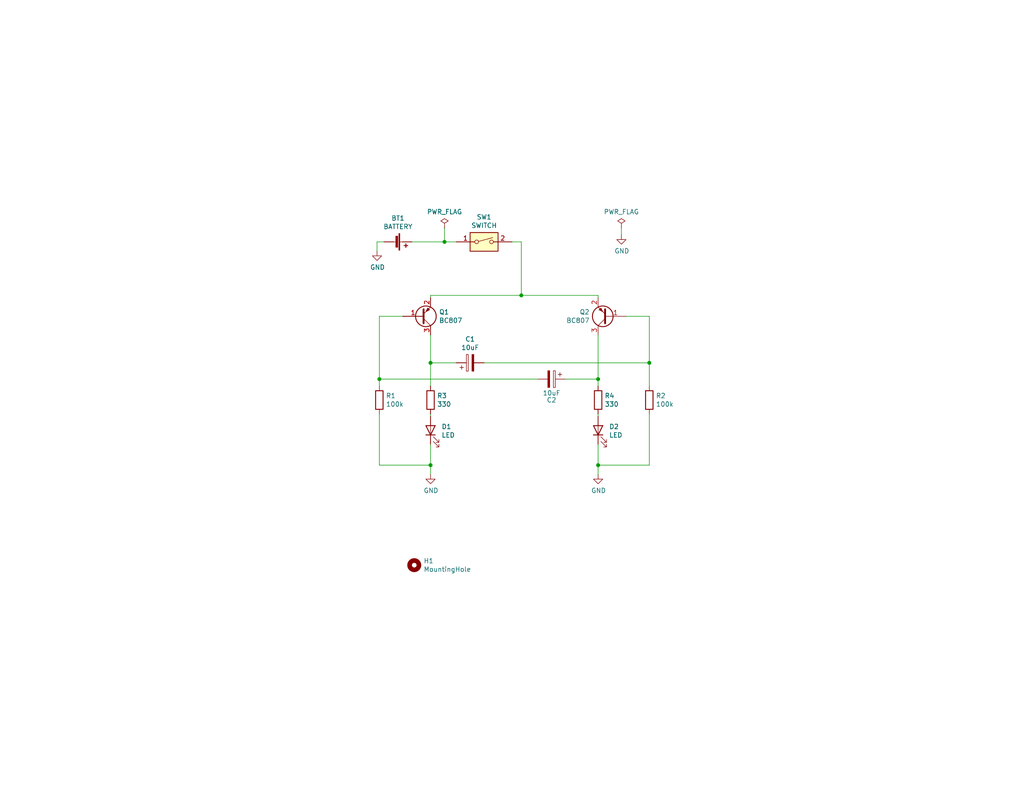
<source format=kicad_sch>
(kicad_sch (version 20211123) (generator eeschema)
  (paper "USLetter")
  (title_block (title "Sorting hat") (rev "1.0") (company "Cristóbal Cuevas Lagos") (comment 1 "Two blinking leds in sorting hat"))
  (lib_symbols
    (symbol "Device:Battery_Cell" (pin_numbers hide) (pin_names (offset 0) hide)
      (property "Reference" "BT" (at 2.54 2.54 0))
      (property "Value" "Battery_Cell" (at 2.54 0 0))
      (symbol "Battery_Cell_0_1"
        (rectangle (start -2.286 1.778) (end 2.286 1.524) (fill (type outline)))
        (rectangle (start -1.5748 1.1938) (end 1.4732 0.6858) (fill (type outline)))
        (polyline (pts (xy 0 0.762) (xy 0 0)))
        (polyline (pts (xy 0 1.778) (xy 0 2.54)))
        (polyline (pts (xy 0.508 3.429) (xy 1.524 3.429)) (stroke (width 0.254)))
        (polyline (pts (xy 1.016 3.937) (xy 1.016 2.921)) (stroke (width 0.254)))
      )
      (symbol "Battery_Cell_1_1"
        (pin passive line (at 0 5.08 270) (length 2.54) (name "+") (number "1"))
        (pin passive line (at 0 -2.54 90) (length 2.54) (name "-") (number "2"))
      )
    )
    (symbol "Device:CP" (pin_numbers hide) (pin_names (offset 0.254))
      (property "Reference" "C" (at 0.635 2.54 0))
      (property "Value" "Device_CP" (at 0.635 -2.54 0))
      (symbol "CP_0_1"
        (rectangle (start -2.286 0.508) (end 2.286 1.016))
        (polyline (pts (xy -1.778 2.286) (xy -0.762 2.286)))
        (polyline (pts (xy -1.27 2.794) (xy -1.27 1.778)))
        (rectangle (start 2.286 -0.508) (end -2.286 -1.016) (fill (type outline)))
      )
      (symbol "CP_1_1"
        (pin passive line (at 0 3.81 270) (length 2.794) (name "~") (number "1"))
        (pin passive line (at 0 -3.81 90) (length 2.794) (name "~") (number "2"))
      )
    )
    (symbol "Device:LED" (pin_numbers hide) (pin_names (offset 1.016) hide)
      (property "Reference" "D" (at 0 2.54 0))
      (property "Value" "LED" (at 0 -2.54 0))
      (symbol "LED_0_1"
        (polyline (pts (xy -1.27 -1.27) (xy -1.27 1.27)) (stroke (width 0.254)))
        (polyline (pts (xy -1.27 0) (xy 1.27 0)))
        (polyline (pts (xy 1.27 -1.27) (xy 1.27 1.27) (xy -1.27 0) (xy 1.27 -1.27)) (stroke (width 0.254)))
        (polyline (pts (xy -3.048 -0.762) (xy -4.572 -2.286) (xy -3.81 -2.286) (xy -4.572 -2.286) (xy -4.572 -1.524)))
        (polyline (pts (xy -1.778 -0.762) (xy -3.302 -2.286) (xy -2.54 -2.286) (xy -3.302 -2.286) (xy -3.302 -1.524)))
      )
      (symbol "LED_1_1"
        (pin passive line (at -3.81 0 0) (length 2.54) (name "K") (number "1"))
        (pin passive line (at 3.81 0 180) (length 2.54) (name "A") (number "2"))
      )
    )
    (symbol "Device:R" (pin_numbers hide) (pin_names (offset 0))
      (property "Reference" "R" (at 2.032 0 90))
      (property "Value" "R" (at 0 0 90))
      (symbol "R_0_1"
        (rectangle (start -1.016 -2.54) (end 1.016 2.54) (stroke (width 0.254)))
      )
      (symbol "R_1_1"
        (pin passive line (at 0 3.81 270) (length 1.27) (name "~") (number "1"))
        (pin passive line (at 0 -3.81 90) (length 1.27) (name "~") (number "2"))
      )
    )
    (symbol "Mechanical:MountingHole" (pin_names (offset 1.016))
      (property "Reference" "H" (at 0 5.08 0))
      (property "Value" "MountingHole" (at 0 3.175 0))
      (symbol "MountingHole_0_1"
        (circle (center 0 0) (radius 1.27) (stroke (width 1.27)))
      )
    )
    (symbol "Switch:SW_DIP_x01" (pin_names (offset 0) hide)
      (property "Reference" "SW" (at 0 3.81 0))
      (property "Value" "SW_DIP_x01" (at 0 -3.81 0))
      (symbol "SW_DIP_x01_0_0"
        (circle (center -2.032 0) (radius 0.508))
        (polyline (pts (xy -1.524 0.127) (xy 2.3622 1.1684)))
        (circle (center 2.032 0) (radius 0.508))
      )
      (symbol "SW_DIP_x01_0_1"
        (rectangle (start -3.81 2.54) (end 3.81 -2.54) (stroke (width 0.254)) (fill (type background)))
      )
      (symbol "SW_DIP_x01_1_1"
        (pin passive line (at -7.62 0 0) (length 5.08) (name "~") (number "1"))
        (pin passive line (at 7.62 0 180) (length 5.08) (name "~") (number "2"))
      )
    )
    (symbol "Transistor_BJT:BC807" (pin_names (offset 0) hide)
      (property "Reference" "Q" (at 5.08 1.905 0))
      (property "Value" "BC807" (at 5.08 0 0))
      (symbol "BC807_0_1"
        (polyline (pts (xy 0.635 0.635) (xy 2.54 2.54)))
        (polyline (pts (xy 0.635 -0.635) (xy 2.54 -2.54) (xy 2.54 -2.54)))
        (polyline (pts (xy 0.635 1.905) (xy 0.635 -1.905) (xy 0.635 -1.905)) (stroke (width 0.508)))
        (polyline (pts (xy 2.286 -1.778) (xy 1.778 -2.286) (xy 1.27 -1.27) (xy 2.286 -1.778) (xy 2.286 -1.778)) (fill (type outline)))
        (circle (center 1.27 0) (radius 2.8194) (stroke (width 0.254)))
      )
      (symbol "BC807_1_1"
        (pin input line (at -5.08 0 0) (length 5.715) (name "B") (number "1"))
        (pin passive line (at 2.54 -5.08 90) (length 2.54) (name "E") (number "2"))
        (pin passive line (at 2.54 5.08 270) (length 2.54) (name "C") (number "3"))
      )
    )
    (symbol "power:GND" (power) (pin_names (offset 0))
      (property "Value" "GND" (at 0 -3.81 0))
      (symbol "GND_0_1"
        (polyline (pts (xy 0 0) (xy 0 -1.27) (xy 1.27 -1.27) (xy 0 -2.54) (xy -1.27 -1.27) (xy 0 -1.27)))
      )
      (symbol "GND_1_1"
        (pin power_in line (at 0 0 270) (length 0) hide (name "GND") (number "1"))
      )
    )
    (symbol "power:PWR_FLAG" (power) (pin_numbers hide) (pin_names (offset 0) hide)
      (property "Value" "PWR_FLAG" (at 0 3.81 0))
      (symbol "PWR_FLAG_0_0"
        (pin power_out line (at 0 0 90) (length 0) (name "pwr") (number "1"))
      )
      (symbol "PWR_FLAG_0_1"
        (polyline (pts (xy 0 0) (xy 0 1.27) (xy -1.016 1.905) (xy 0 2.54) (xy 1.016 1.905) (xy 0 1.27)))
      )
    )
  )
  (junction (at 103.505 103.505))
  (junction (at 163.195 127))
  (junction (at 163.195 103.505))
  (junction (at 142.24 80.645))
  (junction (at 117.475 99.06))
  (junction (at 117.475 127))
  (junction (at 177.165 99.06))
  (junction (at 121.285 66.04))
  (wire (pts (xy 121.285 66.04) (xy 124.46 66.04)))
  (wire (pts (xy 142.24 80.645) (xy 163.195 80.645)))
  (wire (pts (xy 121.285 62.23) (xy 121.285 66.04)))
  (wire (pts (xy 103.505 86.36) (xy 103.505 103.505)))
  (wire (pts (xy 103.505 127) (xy 117.475 127)))
  (wire (pts (xy 177.165 127) (xy 163.195 127)))
  (wire (pts (xy 117.475 127) (xy 117.475 121.285)))
  (wire (pts (xy 177.165 86.36) (xy 170.815 86.36)))
  (wire (pts (xy 163.195 113.03) (xy 163.195 113.665)))
  (wire (pts (xy 163.195 80.645) (xy 163.195 81.28)))
  (wire (pts (xy 117.475 129.54) (xy 117.475 127)))
  (wire (pts (xy 124.46 99.06) (xy 117.475 99.06)))
  (wire (pts (xy 112.395 66.04) (xy 121.285 66.04)))
  (wire (pts (xy 177.165 99.06) (xy 177.165 86.36)))
  (wire (pts (xy 102.87 66.04) (xy 104.775 66.04)))
  (wire (pts (xy 103.505 86.36) (xy 109.855 86.36)))
  (wire (pts (xy 154.305 103.505) (xy 163.195 103.505)))
  (wire (pts (xy 146.685 103.505) (xy 103.505 103.505)))
  (wire (pts (xy 177.165 105.41) (xy 177.165 99.06)))
  (wire (pts (xy 117.475 91.44) (xy 117.475 99.06)))
  (wire (pts (xy 142.24 66.04) (xy 142.24 80.645)))
  (wire (pts (xy 102.87 68.58) (xy 102.87 66.04)))
  (wire (pts (xy 177.165 113.03) (xy 177.165 127)))
  (wire (pts (xy 117.475 99.06) (xy 117.475 105.41)))
  (wire (pts (xy 163.195 127) (xy 163.195 129.54)))
  (wire (pts (xy 163.195 103.505) (xy 163.195 91.44)))
  (wire (pts (xy 117.475 80.645) (xy 142.24 80.645)))
  (wire (pts (xy 132.08 99.06) (xy 177.165 99.06)))
  (wire (pts (xy 103.505 113.03) (xy 103.505 127)))
  (wire (pts (xy 117.475 113.03) (xy 117.475 113.665)))
  (wire (pts (xy 169.545 62.23) (xy 169.545 64.135)))
  (wire (pts (xy 163.195 105.41) (xy 163.195 103.505)))
  (wire (pts (xy 163.195 121.285) (xy 163.195 127)))
  (wire (pts (xy 117.475 81.28) (xy 117.475 80.645)))
  (wire (pts (xy 103.505 103.505) (xy 103.505 105.41)))
  (wire (pts (xy 139.7 66.04) (xy 142.24 66.04)))
  (symbol (lib_id "Switch:SW_DIP_x01") (at 132.08 66.04 0) (unit 1)
    (property "Reference" "SW1" (at 132.08 59.2582 0))
    (property "Value" "SWITCH" (at 132.08 61.5696 0))
    (property "Footprint" "Sorting Hat:A6S-1104-H" (effects hide))
    (property "Datasheet" "https://omronfs.omron.com/en_US/ecb/products/pdf/en-a6s.pdf" (effects hide))
  )
  (symbol (lib_id "Device:R") (at 117.475 109.22 0) (unit 1)
    (property "Reference" "R3" (at 119.253 108.0516 0) (effects (justify left)))
    (property "Value" "330" (at 119.253 110.363 0) (effects (justify left)))
    (property "Footprint" "Resistor_SMD:R_1206_3216Metric_Pad1.42x1.75mm_HandSolder" (effects hide))
    (property "Datasheet" "https://www.yageo.com/upload/media/product/productsearch/datasheet/rchip/PYu-RC_Group_51_RoHS_L_11.pdf" (effects hide))
  )
  (symbol (lib_id "Device:R") (at 163.195 109.22 0) (unit 1)
    (property "Reference" "R4" (at 164.973 108.0516 0) (effects (justify left)))
    (property "Value" "330" (at 164.973 110.363 0) (effects (justify left)))
    (property "Footprint" "Resistor_SMD:R_1206_3216Metric_Pad1.42x1.75mm_HandSolder" (effects hide))
    (property "Datasheet" "https://www.yageo.com/upload/media/product/productsearch/datasheet/rchip/PYu-RC_Group_51_RoHS_L_11.pdf" (effects hide))
  )
  (symbol (lib_id "Device:R") (at 103.505 109.22 0) (unit 1)
    (property "Reference" "R1" (at 105.283 108.0516 0) (effects (justify left)))
    (property "Value" "100k" (at 105.283 110.363 0) (effects (justify left)))
    (property "Footprint" "Resistor_SMD:R_1206_3216Metric_Pad1.42x1.75mm_HandSolder" (effects hide))
    (property "Datasheet" "https://www.yageo.com/upload/media/product/productsearch/datasheet/rchip/PYu-RC_Group_51_RoHS_L_11.pdf" (effects hide))
  )
  (symbol (lib_id "Device:R") (at 177.165 109.22 0) (unit 1)
    (property "Reference" "R2" (at 178.943 108.0516 0) (effects (justify left)))
    (property "Value" "100k" (at 178.943 110.363 0) (effects (justify left)))
    (property "Footprint" "Resistor_SMD:R_1206_3216Metric_Pad1.42x1.75mm_HandSolder" (effects hide))
    (property "Datasheet" "https://www.yageo.com/upload/media/product/productsearch/datasheet/rchip/PYu-RC_Group_51_RoHS_L_11.pdf" (effects hide))
  )
  (symbol (lib_id "Device:LED") (at 117.475 117.475 90) (unit 1)
    (property "Reference" "D1" (at 120.4722 116.4844 90) (effects (justify right)))
    (property "Value" "LED" (at 120.4722 118.7958 90) (effects (justify right)))
    (property "Footprint" "Diode_SMD:D_1206_3216Metric_Pad1.42x1.75mm_HandSolder" (effects hide))
    (property "Datasheet" "http://www.dialightsignalsandcomponents.com/Assets/Brochures_And_Catalogs/Indication/CBI_SMD_new/Dialight_CBI_data_599-1206_Apr2018.pdf" (effects hide))
  )
  (symbol (lib_id "Device:LED") (at 163.195 117.475 90) (unit 1)
    (property "Reference" "D2" (at 166.1922 116.4844 90) (effects (justify right)))
    (property "Value" "LED" (at 166.1922 118.7958 90) (effects (justify right)))
    (property "Footprint" "Diode_SMD:D_1206_3216Metric_Pad1.42x1.75mm_HandSolder" (effects hide))
    (property "Datasheet" "http://www.dialightsignalsandcomponents.com/Assets/Brochures_And_Catalogs/Indication/CBI_SMD_new/Dialight_CBI_data_599-1206_Apr2018.pdf" (effects hide))
  )
  (symbol (lib_id "Device:CP") (at 128.27 99.06 90) (unit 1)
    (property "Reference" "C1" (at 128.27 92.583 90))
    (property "Value" "10uF" (at 128.27 94.8944 90))
    (property "Footprint" "Capacitor_SMD:CP_Elec_4x5.4" (effects hide))
    (property "Datasheet" "https://b2b-api.panasonic.eu/file_stream/pids/fileversion/3046" (effects hide))
  )
  (symbol (lib_id "Device:CP") (at 150.495 103.505 270) (unit 1)
    (property "Reference" "C2" (at 150.495 109.22 90))
    (property "Value" "10uF" (at 150.495 107.315 90))
    (property "Footprint" "Capacitor_SMD:CP_Elec_4x5.4" (effects hide))
    (property "Datasheet" "https://b2b-api.panasonic.eu/file_stream/pids/fileversion/3046" (effects hide))
  )
  (symbol (lib_id "power:GND") (at 117.475 129.54 0) (unit 1)
    (property "Reference" "#PWR0101" (effects hide))
    (property "Value" "GND" (at 117.602 133.9342 0))
  )
  (symbol (lib_id "power:GND") (at 163.195 129.54 0) (unit 1)
    (property "Reference" "#PWR0102" (effects hide))
    (property "Value" "GND" (at 163.322 133.9342 0))
  )
  (symbol (lib_id "power:PWR_FLAG") (at 121.285 62.23 0) (unit 1)
    (property "Reference" "#FLG0101" (effects hide))
    (property "Value" "PWR_FLAG" (at 121.285 57.8358 0))
  )
  (symbol (lib_id "power:PWR_FLAG") (at 169.545 62.23 0) (unit 1)
    (property "Reference" "#FLG0102" (effects hide))
    (property "Value" "PWR_FLAG" (at 169.545 57.8358 0))
  )
  (symbol (lib_id "power:GND") (at 169.545 64.135 0) (unit 1)
    (property "Reference" "#PWR0104" (effects hide))
    (property "Value" "GND" (at 169.672 68.5292 0))
  )
  (symbol (lib_id "Transistor_BJT:BC807") (at 114.935 86.36 0) (mirror x) (unit 1)
    (property "Reference" "Q1" (at 119.7864 85.1916 0) (effects (justify left)))
    (property "Value" "BC807" (at 119.7864 87.503 0) (effects (justify left)))
    (property "Footprint" "Package_TO_SOT_SMD:SOT-23" (effects hide))
    (property "Datasheet" "https://www.diodes.com/assets/Datasheets/ds11208.pdf" (effects hide))
  )
  (symbol (lib_id "Transistor_BJT:BC807") (at 165.735 86.36 180) (unit 1)
    (property "Reference" "Q2" (at 160.8836 85.1916 0) (effects (justify left)))
    (property "Value" "BC807" (at 160.8836 87.503 0) (effects (justify left)))
    (property "Footprint" "Package_TO_SOT_SMD:SOT-23" (effects hide))
    (property "Datasheet" "https://www.diodes.com/assets/Datasheets/ds11208.pdf" (effects hide))
  )
  (symbol (lib_id "Device:Battery_Cell") (at 107.315 66.04 270) (unit 1)
    (property "Reference" "BT1" (at 108.585 59.563 90))
    (property "Value" "BATTERY" (at 108.585 61.8744 90))
    (property "Footprint" "Sorting Hat:MPD_BK-912-TR" (effects hide))
    (property "Datasheet" "https://www.memoryprotectiondevices.com/datasheets/BK-912-datasheet.pdf" (effects hide))
  )
  (symbol (lib_id "power:GND") (at 102.87 68.58 0) (unit 1)
    (property "Reference" "#PWR01" (effects hide))
    (property "Value" "GND" (at 102.997 72.9742 0))
  )
  (symbol (lib_id "Mechanical:MountingHole") (at 113.03 154.305 0) (unit 1)
    (property "Reference" "H1" (at 115.57 153.1366 0) (effects (justify left)))
    (property "Value" "MountingHole" (at 115.57 155.448 0) (effects (justify left)))
    (property "Footprint" "MountingHole:MountingHole_2.2mm_M2" (effects hide))
  )
)
</source>
